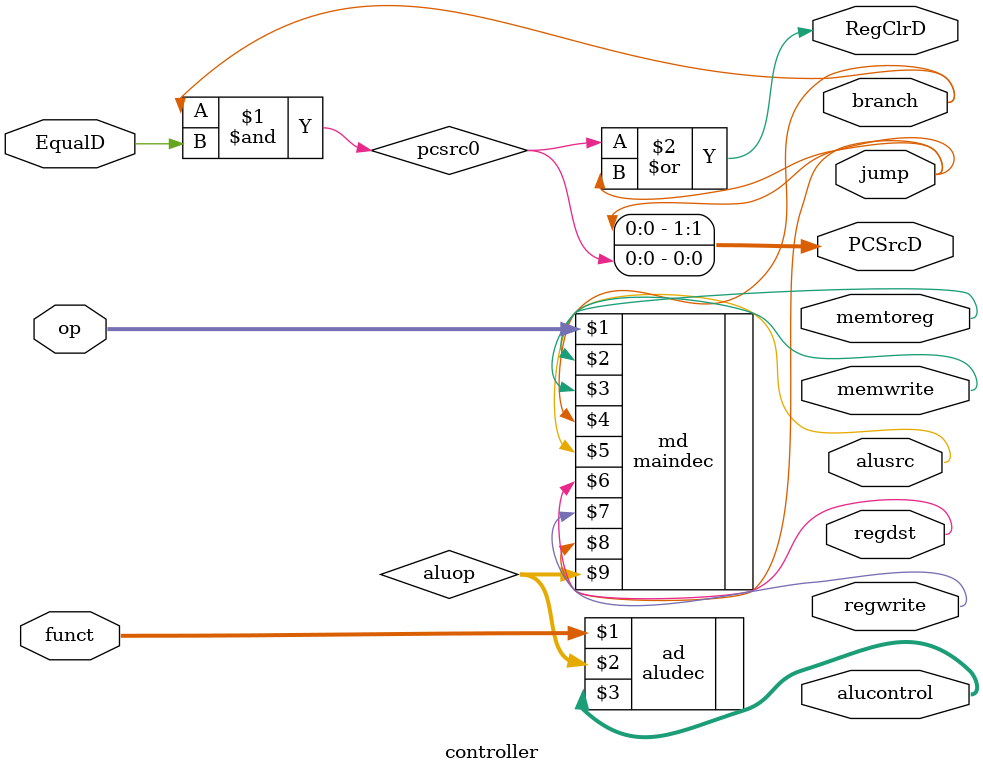
<source format=sv>
module controller(input  logic [5:0] op, funct, 
						output logic regwrite, memtoreg, memwrite, 
						output logic [2:0] alucontrol,
						output logic alusrc, regdst, jump, branch, RegClrD, 
						output logic [1:0] PCSrcD, 
						input logic EqualD);
						
  logic [1:0] aluop;
  logic       branch;
  logic pcsrc0;
  
  
  maindec md(op, memtoreg, memwrite, branch, 
             alusrc, regdst, regwrite, jump, aluop);
				 
  aludec ad(funct, aluop, alucontrol);
  
  assign pcsrc0 = branch & EqualD;
  assign PCSrcD = {jump, pcsrc0};
  assign RegClrD = pcsrc0 | jump;
  
  
endmodule

</source>
